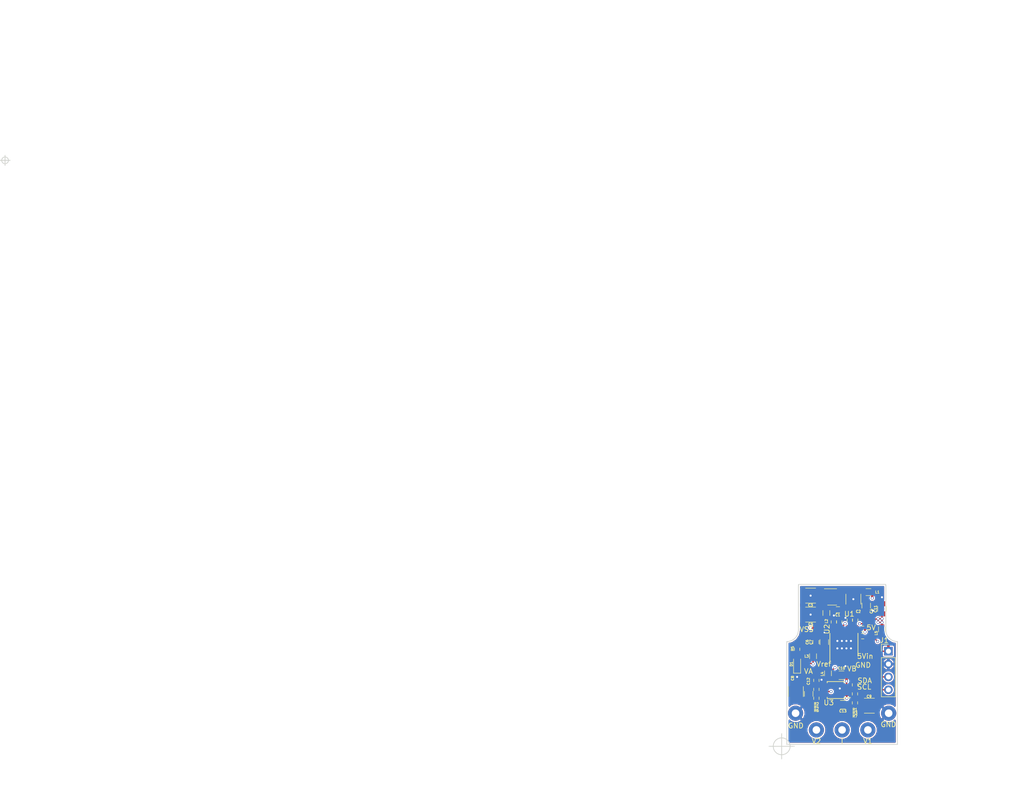
<source format=kicad_pcb>
(kicad_pcb (version 4) (host pcbnew 4.0.6)
  (layers (0 F.Cu jumper) (1 In1.Cu signal) (2 In2.Cu power) (31 B.Cu power) (35 F.Paste user) (37 F.SilkS user) (38 B.Mask user) (39 F.Mask user) (44 Edge.Cuts user))
  (net 0 "")
  (net 1 "Net-(C1-Pad1)")
  (net 2 GND)
  (net 3 "Net-(C2-Pad1)")
  (net 4 +5V)
  (net 5 "Net-(C6-Pad1)")
  (net 6 "Net-(C1-Pad2)")
  (net 7 "Net-(C3-Pad1)")
  (net 8 VSS)
  (net 9 "Net-(R3-Pad1)")
  (net 10 "Net-(C10-Pad2)")
  (net 11 "Net-(R4-Pad1)")
  (net 12 "Net-(TP13-Pad1)")
  (net 13 "Net-(TP8-Pad1)")
  (net 14 "Net-(U2-Pad2)")
  (net 15 "Net-(U2-Pad6)")
  (net 16 /VA)
  (net 17 /VB)
  (net 18 /SDA)
  (net 19 /SCL)
  (net 20 "Net-(J1-Pad1)")
  (net 21 "Net-(C12-Pad2)")
  (net 22 "Net-(C13-Pad2)")
  (net 23 "Net-(C12-Pad1)")
  (net 24 "Net-(C13-Pad1)")
  (net 25 "Net-(D1-Pad2)")
  (net 26 "Net-(R8-Pad2)")
  (net 27 "Net-(R10-Pad2)")
  (net 28 "Net-(R12-Pad1)")
  (module Measurement_Points:Measurement_Point_Round-SMD-Pad_Small (layer F.Cu) (at 168.0464 101.8032)
    (fp_text reference TP10)
    (fp_text value VB (at -0.762 -1.3208) (layer F.SilkS))
    (pad 1 smd circle (at 0 0) (size 1.5 1.5) (layers F.Cu F.Mask) (net 17 /VB))
  )
  (module Measurement_Points:Measurement_Point_Round-TH_Big (layer F.Cu) (at 170.4467 112.5855)
    (fp_text reference TP11)
    (fp_text value V1 (at -0.0127 2.2225) (layer F.SilkS))
    (pad 1 thru_hole circle (at 0 0) (size 3 3) (drill 1.5) (layers *.Cu *.Mask) (net 9 "Net-(R3-Pad1)"))
  )
  (module TO_SOT_Packages_SMD:SOT-23-6 (layer F.Cu) (at 163.3855 86.2965)
    (fp_text reference U1 (at 3.3909 3.3655) (layer F.SilkS))
    (fp_text value LTC1983)
    (pad 1 smd rect (at -1.1 -0.95) (size 1.06 0.65) (layers F.Cu F.Paste F.Mask) (net 3 "Net-(C2-Pad1)"))
    (pad 2 smd rect (at -1.1 0) (size 1.06 0.65) (layers F.Cu F.Paste F.Mask) (net 7 "Net-(C3-Pad1)"))
    (pad 3 smd rect (at -1.1 0.95) (size 1.06 0.65) (layers F.Cu F.Paste F.Mask) (net 1 "Net-(C1-Pad1)"))
    (pad 4 smd rect (at 1.1 0.95) (size 1.06 0.65) (layers F.Cu F.Paste F.Mask) (net 6 "Net-(C1-Pad2)"))
    (pad 6 smd rect (at 1.1 -0.95) (size 1.06 0.65) (layers F.Cu F.Paste F.Mask) (net 3 "Net-(C2-Pad1)"))
    (pad 5 smd rect (at 1.1 0) (size 1.06 0.65) (layers F.Cu F.Paste F.Mask) (net 2 GND))
  )
  (module Capacitors_SMD:C_1210 (layer F.Cu) (at 159.131 86.0425 180)
    (fp_text reference C3 (at 0.0254 -1.8923 180) (layer F.SilkS) (effects (font (size 0.5 0.5) (thickness 0.125))))
    (fp_text value 10uF)
    (pad 1 smd rect (at -1.5 0 180) (size 1 2.5) (layers F.Cu F.Paste F.Mask) (net 7 "Net-(C3-Pad1)"))
    (pad 2 smd rect (at 1.5 0 180) (size 1 2.5) (layers F.Cu F.Paste F.Mask) (net 2 GND))
  )
  (module Resistors_SMD:R_0402 (layer F.Cu) (at 160.274 104.5718 90)
    (fp_text reference R4 (at -3.5306 0 180) (layer F.SilkS) (effects (font (size 0.5 0.5) (thickness 0.125))))
    (fp_text value 20k)
    (pad 1 smd rect (at -0.45 0 90) (size 0.4 0.6) (layers F.Cu F.Paste F.Mask) (net 11 "Net-(R4-Pad1)"))
    (pad 2 smd rect (at 0.45 0 90) (size 0.4 0.6) (layers F.Cu F.Paste F.Mask) (net 21 "Net-(C12-Pad2)"))
  )
  (module Capacitors_SMD:C_0805 (layer F.Cu) (at 161.8361 95.2246 90)
    (fp_text reference C7 (at 0 -2.6035 90) (layer F.SilkS) (effects (font (size 0.5 0.5) (thickness 0.125))))
    (fp_text value 100nF)
    (pad 1 smd rect (at -1 0 90) (size 1 1.25) (layers F.Cu F.Paste F.Mask) (net 5 "Net-(C6-Pad1)"))
    (pad 2 smd rect (at 1 0 90) (size 1 1.25) (layers F.Cu F.Paste F.Mask) (net 2 GND))
  )
  (module Housings_SSOP:TSSOP-16-1EP_4.4x5mm_Pitch0.65mm (layer F.Cu) (at 165.7604 95.7326 90)
    (fp_text reference U2 (at 3.0734 -3.4036 90) (layer F.SilkS))
    (fp_text value AD5697R_TSSOP)
    (pad 1 smd rect (at -2.775 -2.275 90) (size 1.05 0.45) (layers F.Cu F.Paste F.Mask) (net 13 "Net-(TP8-Pad1)"))
    (pad 2 smd rect (at -2.775 -1.625 90) (size 1.05 0.45) (layers F.Cu F.Paste F.Mask) (net 14 "Net-(U2-Pad2)"))
    (pad 3 smd rect (at -2.775 -0.975 90) (size 1.05 0.45) (layers F.Cu F.Paste F.Mask) (net 16 /VA))
    (pad 4 smd rect (at -2.775 -0.325 90) (size 1.05 0.45) (layers F.Cu F.Paste F.Mask) (net 2 GND))
    (pad 5 smd rect (at -2.775 0.325 90) (size 1.05 0.45) (layers F.Cu F.Paste F.Mask) (net 5 "Net-(C6-Pad1)"))
    (pad 6 smd rect (at -2.775 0.975 90) (size 1.05 0.45) (layers F.Cu F.Paste F.Mask) (net 15 "Net-(U2-Pad6)"))
    (pad 7 smd rect (at -2.775 1.625 90) (size 1.05 0.45) (layers F.Cu F.Paste F.Mask) (net 17 /VB))
    (pad 8 smd rect (at -2.775 2.275 90) (size 1.05 0.45) (layers F.Cu F.Paste F.Mask) (net 18 /SDA))
    (pad 9 smd rect (at 2.775 2.275 90) (size 1.05 0.45) (layers F.Cu F.Paste F.Mask) (net 2 GND))
    (pad 10 smd rect (at 2.775 1.625 90) (size 1.05 0.45) (layers F.Cu F.Paste F.Mask) (net 28 "Net-(R12-Pad1)"))
    (pad 11 smd rect (at 2.775 0.975 90) (size 1.05 0.45) (layers F.Cu F.Paste F.Mask) (net 5 "Net-(C6-Pad1)"))
    (pad 12 smd rect (at 2.775 0.325 90) (size 1.05 0.45) (layers F.Cu F.Paste F.Mask) (net 27 "Net-(R10-Pad2)"))
    (pad 13 smd rect (at 2.775 -0.325 90) (size 1.05 0.45) (layers F.Cu F.Paste F.Mask) (net 19 /SCL))
    (pad 14 smd rect (at 2.775 -0.975 90) (size 1.05 0.45) (layers F.Cu F.Paste F.Mask) (net 26 "Net-(R8-Pad2)"))
    (pad 15 smd rect (at 2.775 -1.625 90) (size 1.05 0.45) (layers F.Cu F.Paste F.Mask) (net 5 "Net-(C6-Pad1)"))
    (pad 16 smd rect (at 2.775 -2.275 90) (size 1.05 0.45) (layers F.Cu F.Paste F.Mask) (net 5 "Net-(C6-Pad1)"))
    (pad 17 smd rect (at 0.735 1.3425 90) (size 1.47 0.895) (layers F.Cu F.Paste F.Mask) (net 2 GND))
    (pad 17 smd rect (at 0.735 0.4475 90) (size 1.47 0.895) (layers F.Cu F.Paste F.Mask) (net 2 GND))
    (pad 17 smd rect (at 0.735 -0.4475 90) (size 1.47 0.895) (layers F.Cu F.Paste F.Mask) (net 2 GND))
    (pad 17 smd rect (at 0.735 -1.3425 90) (size 1.47 0.895) (layers F.Cu F.Paste F.Mask) (net 2 GND))
    (pad 17 smd rect (at -0.735 1.3425 90) (size 1.47 0.895) (layers F.Cu F.Paste F.Mask) (net 2 GND))
    (pad 17 smd rect (at -0.735 0.4475 90) (size 1.47 0.895) (layers F.Cu F.Paste F.Mask) (net 2 GND))
    (pad 17 smd rect (at -0.735 -0.4475 90) (size 1.47 0.895) (layers F.Cu F.Paste F.Mask) (net 2 GND))
    (pad 17 smd rect (at -0.735 -1.3425 90) (size 1.47 0.895) (layers F.Cu F.Paste F.Mask) (net 2 GND))
  )
  (module Inductors_SMD:L_0603 (layer F.Cu) (at 162.56 101.3968 270)
    (fp_text reference L4 (at 0.127 1.143 270) (layer F.SilkS) (effects (font (size 0.5 0.5) (thickness 0.125))))
    (fp_text value ?nH)
    (pad 1 smd rect (at -0.75 0 270) (size 0.5 0.9) (layers F.Cu F.Paste F.Mask) (net 4 +5V))
    (pad 2 smd rect (at 0.75 0 270) (size 0.5 0.9) (layers F.Cu F.Paste F.Mask) (net 10 "Net-(C10-Pad2)"))
  )
  (module Capacitors_SMD:C_0603 (layer F.Cu) (at 164.5285 88.8365)
    (fp_text reference C1 (at -0.0381 1.0287) (layer F.SilkS) (effects (font (size 0.5 0.5) (thickness 0.125))))
    (fp_text value 1uF)
    (pad 1 smd rect (at -0.75 0) (size 0.8 0.75) (layers F.Cu F.Paste F.Mask) (net 1 "Net-(C1-Pad1)"))
    (pad 2 smd rect (at 0.75 0) (size 0.8 0.75) (layers F.Cu F.Paste F.Mask) (net 6 "Net-(C1-Pad2)"))
  )
  (module Capacitors_SMD:C_1210 (layer F.Cu) (at 167.5765 86.741 270)
    (fp_text reference C2 (at 2.4384 -0.9779 360) (layer F.SilkS) (effects (font (size 0.5 0.5) (thickness 0.125))))
    (fp_text value 10uF)
    (pad 1 smd rect (at -1.5 0 270) (size 1 2.5) (layers F.Cu F.Paste F.Mask) (net 3 "Net-(C2-Pad1)"))
    (pad 2 smd rect (at 1.5 0 270) (size 1 2.5) (layers F.Cu F.Paste F.Mask) (net 2 GND))
  )
  (module Capacitors_SMD:C_0805 (layer F.Cu) (at 170.1165 88.011 270)
    (fp_text reference C4 (at 1.0922 -1.0287 270) (layer F.SilkS) (effects (font (size 0.5 0.5) (thickness 0.125))))
    (fp_text value 100nF)
    (pad 1 smd rect (at -1 0 270) (size 1 1.25) (layers F.Cu F.Paste F.Mask) (net 3 "Net-(C2-Pad1)"))
    (pad 2 smd rect (at 1 0 270) (size 1 1.25) (layers F.Cu F.Paste F.Mask) (net 2 GND))
  )
  (module Capacitors_SMD:C_1210 (layer F.Cu) (at 159.131 89.789 180)
    (fp_text reference C5 (at -0.0254 -1.905 180) (layer F.SilkS) (effects (font (size 0.5 0.5) (thickness 0.125))))
    (fp_text value 10uF)
    (pad 1 smd rect (at -1.5 0 180) (size 1 2.5) (layers F.Cu F.Paste F.Mask) (net 8 VSS))
    (pad 2 smd rect (at 1.5 0 180) (size 1 2.5) (layers F.Cu F.Paste F.Mask) (net 2 GND))
  )
  (module Capacitors_SMD:C_0603 (layer F.Cu) (at 160.1851 95.2246 90)
    (fp_text reference C6 (at 0 -1.7145 90) (layer F.SilkS) (effects (font (size 0.5 0.5) (thickness 0.125))))
    (fp_text value 1uF)
    (pad 1 smd rect (at -0.75 0 90) (size 0.8 0.75) (layers F.Cu F.Paste F.Mask) (net 5 "Net-(C6-Pad1)"))
    (pad 2 smd rect (at 0.75 0 90) (size 0.8 0.75) (layers F.Cu F.Paste F.Mask) (net 2 GND))
  )
  (module Resistors_SMD:R_0402 (layer F.Cu) (at 167.894 103.6828 90)
    (fp_text reference R1 (at -4.8768 0 180) (layer F.SilkS) (effects (font (size 0.5 0.5) (thickness 0.125))))
    (fp_text value 10k)
    (pad 1 smd rect (at -0.45 0 90) (size 0.4 0.6) (layers F.Cu F.Paste F.Mask) (net 22 "Net-(C13-Pad2)"))
    (pad 2 smd rect (at 0.45 0 90) (size 0.4 0.6) (layers F.Cu F.Paste F.Mask) (net 17 /VB))
  )
  (module Resistors_SMD:R_0402 (layer F.Cu) (at 160.274 102.7938 90)
    (fp_text reference R2 (at -4.6482 0 180) (layer F.SilkS) (effects (font (size 0.5 0.5) (thickness 0.125))))
    (fp_text value 10k)
    (pad 1 smd rect (at -0.45 0 90) (size 0.4 0.6) (layers F.Cu F.Paste F.Mask) (net 21 "Net-(C12-Pad2)"))
    (pad 2 smd rect (at 0.45 0 90) (size 0.4 0.6) (layers F.Cu F.Paste F.Mask) (net 16 /VA))
  )
  (module Resistors_SMD:R_0402 (layer F.Cu) (at 167.894 105.4608 90)
    (fp_text reference R3 (at -3.7592 0 180) (layer F.SilkS) (effects (font (size 0.5 0.5) (thickness 0.125))))
    (fp_text value 20k)
    (pad 1 smd rect (at -0.45 0 90) (size 0.4 0.6) (layers F.Cu F.Paste F.Mask) (net 9 "Net-(R3-Pad1)"))
    (pad 2 smd rect (at 0.45 0 90) (size 0.4 0.6) (layers F.Cu F.Paste F.Mask) (net 22 "Net-(C13-Pad2)"))
  )
  (module Inductors_SMD:L_0603 (layer F.Cu) (at 170.561 85.344)
    (fp_text reference L1 (at 1.7526 0) (layer F.SilkS) (effects (font (size 0.5 0.5) (thickness 0.125))))
    (fp_text value ?nH)
    (pad 1 smd rect (at -0.75 0) (size 0.5 0.9) (layers F.Cu F.Paste F.Mask) (net 3 "Net-(C2-Pad1)"))
    (pad 2 smd rect (at 0.75 0) (size 0.5 0.9) (layers F.Cu F.Paste F.Mask) (net 4 +5V))
  )
  (module Inductors_SMD:L_0603 (layer F.Cu) (at 162.2425 89.4715 90)
    (fp_text reference L2 (at -1.6129 0.0127 90) (layer F.SilkS) (effects (font (size 0.5 0.5) (thickness 0.125))))
    (fp_text value ?nH)
    (pad 1 smd rect (at -0.75 0 90) (size 0.5 0.9) (layers F.Cu F.Paste F.Mask) (net 8 VSS))
    (pad 2 smd rect (at 0.75 0 90) (size 0.5 0.9) (layers F.Cu F.Paste F.Mask) (net 7 "Net-(C3-Pad1)"))
  )
  (module Inductors_SMD:L_0603 (layer F.Cu) (at 159.6136 98.0186 90)
    (fp_text reference L3 (at 0 -1.27 180) (layer F.SilkS) (effects (font (size 0.5 0.5) (thickness 0.125))))
    (fp_text value ?nH)
    (pad 1 smd rect (at -0.75 0 90) (size 0.5 0.9) (layers F.Cu F.Paste F.Mask) (net 4 +5V))
    (pad 2 smd rect (at 0.75 0 90) (size 0.5 0.9) (layers F.Cu F.Paste F.Mask) (net 5 "Net-(C6-Pad1)"))
  )
  (module Capacitors_SMD:C_0805 (layer F.Cu) (at 165.227 101.7778 180)
    (fp_text reference C10 (at 0 1.397 180) (layer F.SilkS) (effects (font (size 0.5 0.5) (thickness 0.125))))
    (fp_text value 100nF)
    (pad 1 smd rect (at -1 0 180) (size 1 1.25) (layers F.Cu F.Paste F.Mask) (net 8 VSS))
    (pad 2 smd rect (at 1 0 180) (size 1 1.25) (layers F.Cu F.Paste F.Mask) (net 10 "Net-(C10-Pad2)"))
  )
  (module Housings_SSOP:MSOP-8_3x3mm_Pitch0.65mm (layer F.Cu) (at 164.084 104.6988 180)
    (fp_text reference U3 (at 1.3716 -2.4892 180) (layer F.SilkS))
    (fp_text value ADA4896)
    (pad 1 smd rect (at -2.2 -0.975 180) (size 1.45 0.45) (layers F.Cu F.Paste F.Mask) (net 9 "Net-(R3-Pad1)"))
    (pad 2 smd rect (at -2.2 -0.325 180) (size 1.45 0.45) (layers F.Cu F.Paste F.Mask) (net 22 "Net-(C13-Pad2)"))
    (pad 3 smd rect (at -2.2 0.325 180) (size 1.45 0.45) (layers F.Cu F.Paste F.Mask) (net 2 GND))
    (pad 4 smd rect (at -2.2 0.975 180) (size 1.45 0.45) (layers F.Cu F.Paste F.Mask) (net 8 VSS))
    (pad 5 smd rect (at 2.2 0.975 180) (size 1.45 0.45) (layers F.Cu F.Paste F.Mask) (net 2 GND))
    (pad 6 smd rect (at 2.2 0.325 180) (size 1.45 0.45) (layers F.Cu F.Paste F.Mask) (net 21 "Net-(C12-Pad2)"))
    (pad 7 smd rect (at 2.2 -0.325 180) (size 1.45 0.45) (layers F.Cu F.Paste F.Mask) (net 11 "Net-(R4-Pad1)"))
    (pad 8 smd rect (at 2.2 -0.975 180) (size 1.45 0.45) (layers F.Cu F.Paste F.Mask) (net 10 "Net-(C10-Pad2)"))
  )
  (module Measurement_Points:Measurement_Point_Round-SMD-Pad_Small (layer F.Cu) (at 171.704 97.028)
    (fp_text reference TP1)
    (fp_text value 5Vin (at -1.8034 0.9906) (layer F.SilkS))
    (pad 1 smd circle (at 0 0) (size 1.5 1.5) (layers F.Cu F.Mask) (net 20 "Net-(J1-Pad1)"))
  )
  (module Measurement_Points:Measurement_Point_Round-SMD-Pad_Small (layer F.Cu) (at 171.704 99.568)
    (fp_text reference TP4)
    (fp_text value GND (at -2.2098 0.2032) (layer F.SilkS))
    (pad 1 smd circle (at 0 0) (size 1.5 1.5) (layers F.Cu F.Mask) (net 2 GND))
  )
  (module Measurement_Points:Measurement_Point_Round-SMD-Pad_Small (layer F.Cu) (at 171.704 104.648)
    (fp_text reference TP5)
    (fp_text value SCL (at -1.9812 -0.5588 180) (layer F.SilkS))
    (pad 1 smd circle (at 0 0) (size 1.5 1.5) (layers F.Cu F.Mask) (net 19 /SCL))
  )
  (module Measurement_Points:Measurement_Point_Round-SMD-Pad_Small (layer F.Cu) (at 171.704 102.108)
    (fp_text reference TP6)
    (fp_text value SDA (at -1.8796 0.7366) (layer F.SilkS))
    (pad 1 smd circle (at 0 0) (size 1.5 1.5) (layers F.Cu F.Mask) (net 18 /SDA))
  )
  (module Measurement_Points:Measurement_Point_Round-SMD-Pad_Small (layer F.Cu) (at 160.655 92.3544)
    (fp_text reference TP7)
    (fp_text value VSS (at -2.3114 0.3556) (layer F.SilkS))
    (pad 1 smd circle (at 0 0) (size 1.5 1.5) (layers F.Cu F.Mask) (net 8 VSS))
  )
  (module Measurement_Points:Measurement_Point_Round-SMD-Pad_Small (layer F.Cu) (at 161.5186 98.0821)
    (fp_text reference TP8)
    (fp_text value Vref (at 0.2286 1.4859) (layer F.SilkS))
    (pad 1 smd circle (at 0 0) (size 1.5 1.5) (layers F.Cu F.Mask) (net 13 "Net-(TP8-Pad1)"))
  )
  (module Measurement_Points:Measurement_Point_Round-SMD-Pad_Small (layer F.Cu) (at 160.274 100.838)
    (fp_text reference TP9)
    (fp_text value VA (at -1.5748 0.1524) (layer F.SilkS))
    (pad 1 smd circle (at 0 0) (size 1.5 1.5) (layers F.Cu F.Mask) (net 16 /VA))
  )
  (module Measurement_Points:Measurement_Point_Round-TH_Big (layer F.Cu) (at 156.1592 109.2835)
    (fp_text reference TP2)
    (fp_text value GND (at 0.0508 2.4765) (layer F.SilkS))
    (pad 1 thru_hole circle (at 0 0) (size 3 3) (drill 1.5) (layers *.Cu *.Mask) (net 2 GND))
  )
  (module Measurement_Points:Measurement_Point_Round-TH_Big (layer F.Cu) (at 174.5488 109.2835)
    (fp_text reference TP3)
    (fp_text value GND (at -0.0508 2.2225) (layer F.SilkS))
    (pad 1 thru_hole circle (at 0 0) (size 3 3) (drill 1.5) (layers *.Cu *.Mask) (net 2 GND))
  )
  (module Measurement_Points:Measurement_Point_Round-TH_Big (layer F.Cu) (at 160.274 112.5855)
    (fp_text reference TP12)
    (fp_text value V2 (at 0 2.2225) (layer F.SilkS))
    (pad 1 thru_hole circle (at 0 0) (size 3 3) (drill 1.5) (layers *.Cu *.Mask) (net 11 "Net-(R4-Pad1)"))
  )
  (module Measurement_Points:Measurement_Point_Round-TH_Big (layer F.Cu) (at 165.354 112.5855)
    (fp_text reference TP13)
    (fp_text value I (at 0 2.2225) (layer F.SilkS))
    (pad 1 thru_hole circle (at 0 0) (size 3 3) (drill 1.5) (layers *.Cu *.Mask) (net 12 "Net-(TP13-Pad1)"))
  )
  (module Capacitors_SMD:C_0805 (layer F.Cu) (at 173.228 88.646 90)
    (fp_text reference C11 (at 0 -1.27 90) (layer F.SilkS) (effects (font (size 0.5 0.5) (thickness 0.125))))
    (fp_text value 100nF)
    (pad 1 smd rect (at -1 0 90) (size 1 1.25) (layers F.Cu F.Paste F.Mask) (net 4 +5V))
    (pad 2 smd rect (at 1 0 90) (size 1 1.25) (layers F.Cu F.Paste F.Mask) (net 2 GND))
  )
  (module Inductors_SMD:L_0603 (layer F.Cu) (at 173.228 92.71 270)
    (fp_text reference L5 (at 0.7366 1.143 270) (layer F.SilkS) (effects (font (size 0.5 0.5) (thickness 0.125))))
    (fp_text value ?nH)
    (pad 1 smd rect (at -0.75 0 270) (size 0.5 0.9) (layers F.Cu F.Paste F.Mask) (net 4 +5V))
    (pad 2 smd rect (at 0.75 0 270) (size 0.5 0.9) (layers F.Cu F.Paste F.Mask) (net 20 "Net-(J1-Pad1)"))
  )
  (module Measurement_Points:Measurement_Point_Round-SMD-Pad_Small (layer F.Cu) (at 171.196 90.678)
    (fp_text reference TP14)
    (fp_text value 5V (at -0.1016 1.6764) (layer F.SilkS))
    (pad 1 smd circle (at 0 0) (size 1.5 1.5) (layers F.Cu F.Mask) (net 4 +5V))
  )
  (module Capacitors_SMD:C_1210 (layer F.Cu) (at 156.21 105.0036 270)
    (fp_text reference C8 (at -2.6416 0.635 270) (layer F.SilkS) (effects (font (size 0.5 0.5) (thickness 0.125))))
    (fp_text value 22uF)
    (pad 1 smd rect (at -1.5 0 270) (size 1 2.5) (layers F.Cu F.Paste F.Mask) (net 21 "Net-(C12-Pad2)"))
    (pad 2 smd rect (at 1.5 0 270) (size 1 2.5) (layers F.Cu F.Paste F.Mask) (net 2 GND))
  )
  (module Capacitors_SMD:C_1210 (layer F.Cu) (at 170.7388 107.7976)
    (fp_text reference C9 (at -0.0508 -1.8288) (layer F.SilkS) (effects (font (size 0.5 0.5) (thickness 0.125))))
    (fp_text value 22uF)
    (pad 1 smd rect (at -1.5 0) (size 1 2.5) (layers F.Cu F.Paste F.Mask) (net 22 "Net-(C13-Pad2)"))
    (pad 2 smd rect (at 1.5 0) (size 1 2.5) (layers F.Cu F.Paste F.Mask) (net 2 GND))
  )
  (module Capacitors_SMD:C_0805 (layer F.Cu) (at 158.75 105.4608 90)
    (fp_text reference C12 (at 2.4892 -0.0508 90) (layer F.SilkS) (effects (font (size 0.5 0.5) (thickness 0.125))))
    (fp_text value 10nF)
    (pad 1 smd rect (at -1 0 90) (size 1 1.25) (layers F.Cu F.Paste F.Mask) (net 23 "Net-(C12-Pad1)"))
    (pad 2 smd rect (at 1 0 90) (size 1 1.25) (layers F.Cu F.Paste F.Mask) (net 21 "Net-(C12-Pad2)"))
  )
  (module Capacitors_SMD:C_0805 (layer F.Cu) (at 165.5064 107.5944 180)
    (fp_text reference C13 (at 0 -1.27 180) (layer F.SilkS) (effects (font (size 0.5 0.5) (thickness 0.125))))
    (fp_text value 10nF)
    (pad 1 smd rect (at -1 0 180) (size 1 1.25) (layers F.Cu F.Paste F.Mask) (net 24 "Net-(C13-Pad1)"))
    (pad 2 smd rect (at 1 0 180) (size 1 1.25) (layers F.Cu F.Paste F.Mask) (net 22 "Net-(C13-Pad2)"))
  )
  (module LEDs:LED_0805 (layer F.Cu) (at 156.464 99.568 90)
    (fp_text reference D1 (at 0 -1.143 90) (layer F.SilkS) (effects (font (size 0.5 0.5) (thickness 0.125))))
    (fp_text value LED)
    (pad 2 smd rect (at 1.1 0 270) (size 1.2 1.2) (layers F.Cu F.Paste F.Mask) (net 25 "Net-(D1-Pad2)"))
    (pad 1 smd rect (at -1.1 0 270) (size 1.2 1.2) (layers F.Cu F.Paste F.Mask) (net 2 GND))
  )
  (module Resistors_SMD:R_0402 (layer F.Cu) (at 156.464 96.647 90)
    (fp_text reference R5 (at 0.127 -0.889 90) (layer F.SilkS) (effects (font (size 0.5 0.5) (thickness 0.125))))
    (fp_text value 5k)
    (pad 1 smd rect (at -0.45 0 90) (size 0.4 0.6) (layers F.Cu F.Paste F.Mask) (net 25 "Net-(D1-Pad2)"))
    (pad 2 smd rect (at 0.45 0 90) (size 0.4 0.6) (layers F.Cu F.Paste F.Mask) (net 4 +5V))
  )
  (module Resistors_SMD:R_0402 (layer F.Cu) (at 160.274 106.3244 270)
    (fp_text reference R6 (at 2.4384 0 360) (layer F.SilkS) (effects (font (size 0.5 0.5) (thickness 0.125))))
    (fp_text value 100)
    (pad 1 smd rect (at -0.45 0 270) (size 0.4 0.6) (layers F.Cu F.Paste F.Mask) (net 11 "Net-(R4-Pad1)"))
    (pad 2 smd rect (at 0.45 0 270) (size 0.4 0.6) (layers F.Cu F.Paste F.Mask) (net 23 "Net-(C12-Pad1)"))
  )
  (module Resistors_SMD:R_0402 (layer F.Cu) (at 167.894 107.2388 270)
    (fp_text reference R7 (at 2.6416 0 360) (layer F.SilkS) (effects (font (size 0.5 0.5) (thickness 0.125))))
    (fp_text value 100)
    (pad 1 smd rect (at -0.45 0 270) (size 0.4 0.6) (layers F.Cu F.Paste F.Mask) (net 9 "Net-(R3-Pad1)"))
    (pad 2 smd rect (at 0.45 0 270) (size 0.4 0.6) (layers F.Cu F.Paste F.Mask) (net 24 "Net-(C13-Pad1)"))
  )
  (module Resistors_SMD:R_0402 (layer F.Cu) (at 164.7952 91.2368 270)
    (fp_text reference R8)
    (fp_text value 0)
    (pad 1 smd rect (at -0.45 0 270) (size 0.4 0.6) (layers F.Cu F.Paste F.Mask) (net 4 +5V))
    (pad 2 smd rect (at 0.45 0 270) (size 0.4 0.6) (layers F.Cu F.Paste F.Mask) (net 26 "Net-(R8-Pad2)"))
  )
  (module Resistors_SMD:R_0402 (layer F.Cu) (at 163.7284 91.2368 90)
    (fp_text reference R9)
    (fp_text value 0)
    (pad 1 smd rect (at -0.45 0 90) (size 0.4 0.6) (layers F.Cu F.Paste F.Mask) (net 26 "Net-(R8-Pad2)"))
    (pad 2 smd rect (at 0.45 0 90) (size 0.4 0.6) (layers F.Cu F.Paste F.Mask) (net 2 GND))
  )
  (module Resistors_SMD:R_0402 (layer F.Cu) (at 167.9448 90.8812 270)
    (fp_text reference R10)
    (fp_text value 0)
    (pad 1 smd rect (at -0.45 0 270) (size 0.4 0.6) (layers F.Cu F.Paste F.Mask) (net 4 +5V))
    (pad 2 smd rect (at 0.45 0 270) (size 0.4 0.6) (layers F.Cu F.Paste F.Mask) (net 27 "Net-(R10-Pad2)"))
  )
  (module Resistors_SMD:R_0402 (layer F.Cu) (at 166.878 90.8812 90)
    (fp_text reference R11)
    (fp_text value 0)
    (pad 1 smd rect (at -0.45 0 90) (size 0.4 0.6) (layers F.Cu F.Paste F.Mask) (net 27 "Net-(R10-Pad2)"))
    (pad 2 smd rect (at 0.45 0 90) (size 0.4 0.6) (layers F.Cu F.Paste F.Mask) (net 2 GND))
  )
  (module Resistors_SMD:R_0402 (layer F.Cu) (at 169.418 92.6084)
    (fp_text reference R12)
    (fp_text value 0)
    (pad 1 smd rect (at -0.45 0) (size 0.4 0.6) (layers F.Cu F.Paste F.Mask) (net 28 "Net-(R12-Pad1)"))
    (pad 2 smd rect (at 0.45 0) (size 0.4 0.6) (layers F.Cu F.Paste F.Mask) (net 4 +5V))
  )
  (module Resistors_SMD:R_0402 (layer F.Cu) (at 169.418 94.0562)
    (fp_text reference R13)
    (fp_text value 0)
    (pad 1 smd rect (at -0.45 0) (size 0.4 0.6) (layers F.Cu F.Paste F.Mask) (net 28 "Net-(R12-Pad1)"))
    (pad 2 smd rect (at 0.45 0) (size 0.4 0.6) (layers F.Cu F.Paste F.Mask) (net 2 GND))
  )
  (module Pin_Headers:Pin_Header_Straight_1x04_Pitch2.54mm (layer F.Cu) (at 174.498 97.028)
    (fp_text reference J1 (at -0.8128 -2.159) (layer F.SilkS))
    (fp_text value CONN_01X04_MALE)
    (pad 1 thru_hole rect (at 0 0) (size 1.7 1.7) (drill 1) (layers *.Cu *.Mask) (net 20 "Net-(J1-Pad1)"))
    (pad 2 thru_hole oval (at 0 2.54) (size 1.7 1.7) (drill 1) (layers *.Cu *.Mask) (net 2 GND))
    (pad 3 thru_hole oval (at 0 5.08) (size 1.7 1.7) (drill 1) (layers *.Cu *.Mask) (net 18 /SDA))
    (pad 4 thru_hole oval (at 0 7.62) (size 1.7 1.7) (drill 1) (layers *.Cu *.Mask) (net 19 /SCL))
  )
  (target plus (at 153.416 115.824) (size 5) (width 0.15) (layer Edge.Cuts))
  (gr_line (start 154.424 115.443) (end 176.284 115.443) (angle 90) (layer Edge.Cuts) (width 0.15))
  (gr_line (start 176.276 115.443) (end 176.276 95.123) (angle 90) (layer Edge.Cuts) (width 0.15))
  (gr_line (start 154.432 115.443) (end 154.432 95.123) (angle 90) (layer Edge.Cuts) (width 0.15))
  (gr_line (start 156.837 83.82) (end 173.871 83.82) (angle 90) (layer Edge.Cuts) (width 0.15))
  (gr_arc (start 154.432 92.837) (end 156.718 92.837) (angle 90) (layer Edge.Cuts) (width 0.15))
  (gr_arc (start 176.276 92.837) (end 176.276 95.123) (angle 90) (layer Edge.Cuts) (width 0.15))
  (gr_line (start 173.99 92.837) (end 173.99 83.947) (angle 90) (layer Edge.Cuts) (width 0.15))
  (gr_line (start 156.718 92.837) (end 156.718 83.947) (angle 90) (layer Edge.Cuts) (width 0.15))
  (gr_arc (start 156.845 83.947) (end 156.718 83.947) (angle 90) (layer Edge.Cuts) (width 0.15))
  (gr_arc (start 173.863 83.947) (end 173.863 83.82) (angle 90) (layer Edge.Cuts) (width 0.15))
  (target plus (at 0 0) (size 2) (width 0.15) (layer Edge.Cuts))
  (segment (start 162.2855 87.2465) (end 162.8369 87.2465) (width 0.5) (layer F.Cu) (net 1))
  (segment (start 162.8369 87.2465) (end 163.7785 88.1881) (width 0.5) (layer F.Cu) (net 1))
  (segment (start 163.7785 88.1881) (end 163.7785 88.8365) (width 0.5) (layer F.Cu) (net 1))
  (segment (start 161.8361 94.2246) (end 161.8361 93.3323) (width 0.2) (layer F.Cu) (net 2))
  (via (at 161.8488 93.3196) (size 0.6) (drill 0.3) (layers F.Cu B.Cu) (net 2))
  (segment (start 161.8361 93.3323) (end 161.8488 93.3196) (width 0.2) (layer F.Cu) (net 2))
  (segment (start 163.7284 90.7868) (end 163.7284 89.9668) (width 0.25) (layer F.Cu) (net 2))
  (via (at 163.7284 89.9668) (size 0.6) (drill 0.4) (layers F.Cu B.Cu) (net 2))
  (segment (start 174.498 99.568) (end 171.704 99.568) (width 1) (layer B.Cu) (net 2))
  (segment (start 170.1165 89.011) (end 171.4406 89.011) (width 0.25) (layer F.Cu) (net 2))
  (segment (start 171.4406 89.011) (end 171.45 89.0016) (width 0.25) (layer F.Cu) (net 2))
  (via (at 171.45 89.0016) (size 0.6) (drill 0.4) (layers F.Cu B.Cu) (net 2))
  (segment (start 166.878 90.4312) (end 166.0216 90.4312) (width 0.25) (layer F.Cu) (net 2))
  (segment (start 166.0216 90.4312) (end 166.0144 90.424) (width 0.25) (layer F.Cu) (net 2))
  (via (at 166.0144 90.424) (size 0.6) (drill 0.4) (layers F.Cu B.Cu) (net 2))
  (segment (start 156.464 100.668) (end 156.464 102.108) (width 0.25) (layer F.Cu) (net 2))
  (via (at 156.464 102.108) (size 0.6) (drill 0.4) (layers F.Cu B.Cu) (net 2))
  (segment (start 166.284 104.3738) (end 166.2638 104.394) (width 0.25) (layer F.Cu) (net 2))
  (segment (start 166.2638 104.394) (end 164.8968 104.394) (width 0.25) (layer F.Cu) (net 2))
  (via (at 164.8968 104.394) (size 0.6) (drill 0.4) (layers F.Cu B.Cu) (net 2))
  (via (at 166.2079 96.4676) (size 0.6) (drill 0.4) (layers F.Cu B.Cu) (net 2))
  (segment (start 173.228 87.646) (end 173.228 86.36) (width 0.5) (layer F.Cu) (net 2))
  (via (at 173.228 86.36) (size 0.6) (drill 0.4) (layers F.Cu B.Cu) (net 2))
  (segment (start 161.884 103.7238) (end 161.884 103.2608) (width 0.25) (layer F.Cu) (net 2))
  (via (at 161.29 102.6668) (size 0.6) (drill 0.4) (layers F.Cu B.Cu) (net 2))
  (segment (start 161.884 103.2608) (end 161.29 102.6668) (width 0.25) (layer F.Cu) (net 2))
  (segment (start 167.5765 88.241) (end 167.5765 86.741) (width 0.5) (layer F.Cu) (net 2))
  (via (at 167.5765 86.741) (size 0.6) (drill 0.4) (layers F.Cu B.Cu) (net 2))
  (segment (start 157.631 89.789) (end 159.131 89.789) (width 0.5) (layer F.Cu) (net 2))
  (via (at 159.131 89.789) (size 0.6) (drill 0.4) (layers F.Cu B.Cu) (net 2))
  (segment (start 157.631 86.0425) (end 159.131 86.0425) (width 0.5) (layer F.Cu) (net 2))
  (via (at 159.131 86.0425) (size 0.6) (drill 0.4) (layers F.Cu B.Cu) (net 2))
  (via (at 167.1029 94.9976) (size 0.6) (drill 0.4) (layers F.Cu B.Cu) (net 2))
  (segment (start 167.0304 95.0976) (end 167.0304 95.0701) (width 0.25) (layer B.Cu) (net 2))
  (segment (start 167.0304 95.0701) (end 167.1029 94.9976) (width 0.25) (layer B.Cu) (net 2))
  (segment (start 166.2684 96.3676) (end 166.2684 96.4071) (width 0.25) (layer B.Cu) (net 2))
  (segment (start 166.2684 96.4071) (end 166.2079 96.4676) (width 0.25) (layer B.Cu) (net 2))
  (via (at 166.2079 94.9976) (size 0.6) (drill 0.4) (layers F.Cu B.Cu) (net 2))
  (segment (start 166.2684 95.0976) (end 166.2684 95.0581) (width 0.25) (layer B.Cu) (net 2))
  (segment (start 166.2684 95.0581) (end 166.2079 94.9976) (width 0.25) (layer B.Cu) (net 2))
  (via (at 165.3129 94.9976) (size 0.6) (drill 0.4) (layers F.Cu B.Cu) (net 2))
  (segment (start 165.2524 95.0976) (end 165.2524 95.0581) (width 0.25) (layer B.Cu) (net 2))
  (segment (start 165.2524 95.0581) (end 165.3129 94.9976) (width 0.25) (layer B.Cu) (net 2))
  (via (at 165.3129 96.4676) (size 0.6) (drill 0.4) (layers F.Cu B.Cu) (net 2))
  (segment (start 165.2524 96.6216) (end 165.2524 96.5281) (width 0.25) (layer B.Cu) (net 2))
  (segment (start 165.2524 96.5281) (end 165.3129 96.4676) (width 0.25) (layer B.Cu) (net 2))
  (via (at 164.4179 96.4676) (size 0.6) (drill 0.4) (layers F.Cu B.Cu) (net 2))
  (segment (start 164.4904 96.3676) (end 164.4904 96.3951) (width 0.25) (layer B.Cu) (net 2))
  (segment (start 164.4904 96.3951) (end 164.4179 96.4676) (width 0.25) (layer B.Cu) (net 2))
  (via (at 164.4179 94.9976) (size 0.6) (drill 0.4) (layers F.Cu B.Cu) (net 2))
  (segment (start 164.4904 95.0976) (end 164.4904 95.0701) (width 0.25) (layer B.Cu) (net 2))
  (segment (start 164.4904 95.0701) (end 164.4179 94.9976) (width 0.25) (layer B.Cu) (net 2))
  (segment (start 165.4354 98.5076) (end 165.4354 99.3954) (width 0.25) (layer F.Cu) (net 2))
  (segment (start 171.704 99.568) (end 174.498 99.568) (width 0.25) (layer F.Cu) (net 2))
  (via (at 166.0144 99.9744) (size 0.6) (drill 0.4) (layers F.Cu B.Cu) (net 2))
  (segment (start 165.4354 99.3954) (end 166.0144 99.9744) (width 0.25) (layer F.Cu) (net 2))
  (segment (start 167.0304 96.3676) (end 167.0304 96.3951) (width 0.25) (layer B.Cu) (net 2))
  (segment (start 167.0304 96.3951) (end 167.1029 96.4676) (width 0.25) (layer B.Cu) (net 2))
  (via (at 167.1029 96.4676) (size 0.6) (drill 0.4) (layers F.Cu B.Cu) (net 2))
  (segment (start 170.1165 87.011) (end 170.1165 86.5505) (width 0.5) (layer F.Cu) (net 3))
  (segment (start 170.1165 86.5505) (end 169.811 86.245) (width 0.5) (layer F.Cu) (net 3))
  (segment (start 169.811 86.245) (end 169.811 85.344) (width 0.5) (layer F.Cu) (net 3))
  (segment (start 169.811 85.344) (end 167.6795 85.344) (width 0.5) (layer F.Cu) (net 3))
  (segment (start 167.6795 85.344) (end 167.5765 85.241) (width 0.5) (layer F.Cu) (net 3))
  (segment (start 167.5765 85.241) (end 167.6005 85.217) (width 0.5) (layer F.Cu) (net 3))
  (segment (start 165.354 85.344) (end 165.457 85.241) (width 0.5) (layer F.Cu) (net 3))
  (segment (start 164.488 85.344) (end 165.354 85.344) (width 0.5) (layer F.Cu) (net 3))
  (segment (start 165.457 85.241) (end 167.5765 85.241) (width 0.5) (layer F.Cu) (net 3))
  (segment (start 164.4855 85.3465) (end 164.488 85.344) (width 0.5) (layer F.Cu) (net 3))
  (segment (start 162.2855 85.3465) (end 164.4855 85.3465) (width 0.5) (layer F.Cu) (net 3))
  (segment (start 167.9448 90.4312) (end 167.9448 90.17) (width 0.25) (layer F.Cu) (net 4))
  (segment (start 164.7952 90.3224) (end 164.7952 90.7868) (width 0.25) (layer F.Cu) (net 4))
  (segment (start 165.3286 89.789) (end 164.7952 90.3224) (width 0.25) (layer F.Cu) (net 4))
  (segment (start 167.5638 89.789) (end 165.3286 89.789) (width 0.25) (layer F.Cu) (net 4))
  (segment (start 167.9448 90.17) (end 167.5638 89.789) (width 0.25) (layer F.Cu) (net 4))
  (segment (start 169.868 92.6084) (end 169.868 93.2108) (width 0.25) (layer F.Cu) (net 4))
  (via (at 169.8752 93.218) (size 0.6) (drill 0.4) (layers F.Cu B.Cu) (net 4))
  (segment (start 169.868 93.2108) (end 169.8752 93.218) (width 0.25) (layer F.Cu) (net 4))
  (segment (start 167.9448 90.482) (end 171 90.482) (width 0.25) (layer F.Cu) (net 4))
  (segment (start 171 90.482) (end 171.196 90.678) (width 0.25) (layer F.Cu) (net 4))
  (segment (start 171.196 90.678) (end 172.466 90.678) (width 0.25) (layer F.Cu) (net 4))
  (segment (start 172.466 90.678) (end 172.466 90.6018) (width 0.25) (layer F.Cu) (net 4))
  (via (at 172.466 90.6018) (size 0.6) (drill 0.4) (layers F.Cu B.Cu) (net 4))
  (segment (start 172.466 90.6018) (end 172.466 90.551) (width 0.25) (layer B.Cu) (net 4))
  (segment (start 159.6136 99.441) (end 158.877 99.441) (width 0.25) (layer F.Cu) (net 4))
  (via (at 159.6136 99.5172) (size 0.6) (drill 0.4) (layers F.Cu B.Cu) (net 4))
  (segment (start 156.464 95.885) (end 156.464 96.197) (width 0.25) (layer F.Cu) (net 4))
  (segment (start 156.845 95.504) (end 156.464 95.885) (width 0.25) (layer F.Cu) (net 4))
  (segment (start 157.607 95.504) (end 156.845 95.504) (width 0.25) (layer F.Cu) (net 4))
  (segment (start 158.115 96.012) (end 157.607 95.504) (width 0.25) (layer F.Cu) (net 4))
  (segment (start 158.115 98.679) (end 158.115 96.012) (width 0.25) (layer F.Cu) (net 4))
  (segment (start 158.877 99.441) (end 158.115 98.679) (width 0.25) (layer F.Cu) (net 4))
  (segment (start 172.466 90.6018) (end 172.466 91.313) (width 0.25) (layer F.Cu) (net 4))
  (segment (start 172.4914 91.3384) (end 172.466 91.313) (width 0.25) (layer F.Cu) (net 4))
  (via (at 172.466 91.313) (size 0.6) (drill 0.4) (layers F.Cu B.Cu) (net 4))
  (segment (start 172.4914 91.3384) (end 173.228 91.3384) (width 0.25) (layer F.Cu) (net 4))
  (via (at 173.228 91.3384) (size 0.6) (drill 0.4) (layers F.Cu B.Cu) (net 4))
  (segment (start 173.228 91.96) (end 173.228 91.3384) (width 0.25) (layer F.Cu) (net 4))
  (via (at 173.228 90.6018) (size 0.6) (drill 0.4) (layers F.Cu B.Cu) (net 4))
  (segment (start 173.228 91.3384) (end 173.228 90.6018) (width 0.25) (layer F.Cu) (net 4))
  (segment (start 172.466 90.6018) (end 173.228 90.6018) (width 0.25) (layer F.Cu) (net 4))
  (segment (start 173.228 90.6018) (end 173.228 89.646) (width 0.25) (layer F.Cu) (net 4))
  (segment (start 162.56 100.6468) (end 163.564 100.6468) (width 0.25) (layer F.Cu) (net 4))
  (via (at 163.9316 100.2792) (size 0.6) (drill 0.4) (layers F.Cu B.Cu) (net 4))
  (segment (start 163.564 100.6468) (end 163.9316 100.2792) (width 0.25) (layer F.Cu) (net 4))
  (segment (start 159.6136 98.7686) (end 159.6136 99.441) (width 0.25) (layer F.Cu) (net 4))
  (segment (start 159.6136 99.441) (end 159.6136 99.5172) (width 0.25) (layer F.Cu) (net 4))
  (segment (start 171.311 85.344) (end 171.311 86.5258) (width 0.5) (layer F.Cu) (net 4))
  (via (at 171.323 86.5378) (size 0.6) (drill 0.4) (layers F.Cu B.Cu) (net 4))
  (segment (start 171.311 86.5258) (end 171.323 86.5378) (width 0.5) (layer F.Cu) (net 4))
  (segment (start 163.4854 92.9576) (end 163.4854 95.461) (width 0.25) (layer F.Cu) (net 5))
  (segment (start 163.4854 95.461) (end 162.7218 96.2246) (width 0.25) (layer F.Cu) (net 5))
  (segment (start 161.8361 96.2246) (end 162.7218 96.2246) (width 0.25) (layer F.Cu) (net 5))
  (segment (start 163.0774 96.5802) (end 163.0774 97.2406) (width 0.25) (layer F.Cu) (net 5))
  (segment (start 163.4236 97.5868) (end 163.0774 97.2406) (width 0.25) (layer F.Cu) (net 5))
  (segment (start 165.862 97.5868) (end 163.4236 97.5868) (width 0.25) (layer F.Cu) (net 5))
  (segment (start 166.0854 97.8102) (end 165.862 97.5868) (width 0.25) (layer F.Cu) (net 5))
  (segment (start 166.0854 98.5076) (end 166.0854 97.8102) (width 0.25) (layer F.Cu) (net 5))
  (segment (start 162.7218 96.2246) (end 163.0774 96.5802) (width 0.25) (layer F.Cu) (net 5))
  (segment (start 160.1851 95.9746) (end 160.643 95.9746) (width 0.25) (layer F.Cu) (net 5))
  (segment (start 160.893 96.2246) (end 161.8361 96.2246) (width 0.25) (layer F.Cu) (net 5))
  (segment (start 160.643 95.9746) (end 160.893 96.2246) (width 0.25) (layer F.Cu) (net 5))
  (segment (start 159.6136 97.2686) (end 159.6136 96.8756) (width 0.25) (layer F.Cu) (net 5))
  (segment (start 160.1851 96.5073) (end 160.1851 95.9746) (width 0.25) (layer F.Cu) (net 5))
  (segment (start 160.02 96.6724) (end 160.1851 96.5073) (width 0.25) (layer F.Cu) (net 5))
  (segment (start 159.8168 96.6724) (end 160.02 96.6724) (width 0.25) (layer F.Cu) (net 5))
  (segment (start 159.6136 96.8756) (end 159.8168 96.6724) (width 0.25) (layer F.Cu) (net 5))
  (segment (start 164.1348 92.9582) (end 164.1348 93.6244) (width 0.25) (layer F.Cu) (net 5))
  (segment (start 164.3888 93.8784) (end 164.1348 93.6244) (width 0.25) (layer F.Cu) (net 5))
  (segment (start 166.7354 93.5638) (end 166.7354 92.9576) (width 0.25) (layer F.Cu) (net 5))
  (segment (start 166.7354 93.5638) (end 166.4208 93.8784) (width 0.25) (layer F.Cu) (net 5))
  (segment (start 166.4208 93.8784) (end 164.3888 93.8784) (width 0.25) (layer F.Cu) (net 5))
  (segment (start 164.1348 92.9582) (end 164.1354 92.9576) (width 0.25) (layer F.Cu) (net 5))
  (segment (start 163.4854 92.9576) (end 164.1354 92.9576) (width 0.25) (layer F.Cu) (net 5))
  (segment (start 164.4855 87.2465) (end 164.4855 87.7521) (width 0.5) (layer F.Cu) (net 6))
  (segment (start 165.2785 88.2911) (end 165.2785 88.8365) (width 0.5) (layer F.Cu) (net 6))
  (segment (start 164.9984 88.011) (end 165.2785 88.2911) (width 0.5) (layer F.Cu) (net 6))
  (segment (start 164.7444 88.011) (end 164.9984 88.011) (width 0.5) (layer F.Cu) (net 6))
  (segment (start 164.4855 87.7521) (end 164.7444 88.011) (width 0.5) (layer F.Cu) (net 6))
  (segment (start 164.4855 87.2465) (end 164.465 87.267) (width 0.25) (layer F.Cu) (net 6))
  (segment (start 162.2855 86.2965) (end 160.885 86.2965) (width 0.5) (layer F.Cu) (net 7))
  (segment (start 160.885 86.2965) (end 160.631 86.0425) (width 0.5) (layer F.Cu) (net 7))
  (segment (start 160.6804 86.0919) (end 160.6804 87.63) (width 0.5) (layer F.Cu) (net 7))
  (segment (start 162.2425 88.1507) (end 162.2425 88.7215) (width 0.5) (layer F.Cu) (net 7))
  (segment (start 162.1282 88.0364) (end 161.0868 88.0364) (width 0.5) (layer F.Cu) (net 7))
  (segment (start 162.2425 88.1507) (end 162.1282 88.0364) (width 0.5) (layer F.Cu) (net 7))
  (segment (start 160.6804 87.63) (end 161.0868 88.0364) (width 0.5) (layer F.Cu) (net 7))
  (segment (start 160.6804 86.0919) (end 160.631 86.0425) (width 0.5) (layer F.Cu) (net 7))
  (segment (start 162.2425 90.2215) (end 161.0635 90.2215) (width 0.5) (layer F.Cu) (net 8))
  (segment (start 161.0635 90.2215) (end 160.631 89.789) (width 0.5) (layer F.Cu) (net 8))
  (segment (start 166.284 103.7238) (end 166.284 103.4698) (width 0.25) (layer F.Cu) (net 8))
  (segment (start 166.227 102.9368) (end 166.2176 102.9462) (width 0.5) (layer F.Cu) (net 8))
  (via (at 166.2176 102.9462) (size 0.6) (drill 0.4) (layers F.Cu B.Cu) (net 8))
  (segment (start 166.227 102.9368) (end 166.227 101.7778) (width 0.5) (layer F.Cu) (net 8))
  (segment (start 166.2176 103.4034) (end 166.2176 102.9462) (width 0.25) (layer F.Cu) (net 8))
  (segment (start 166.284 103.4698) (end 166.2176 103.4034) (width 0.25) (layer F.Cu) (net 8))
  (segment (start 160.655 92.3544) (end 159.1564 92.3544) (width 0.5) (layer F.Cu) (net 8))
  (via (at 159.1564 92.3544) (size 0.6) (drill 0.4) (layers F.Cu B.Cu) (net 8))
  (segment (start 160.655 92.3544) (end 160.6296 92.3544) (width 0.5) (layer F.Cu) (net 8))
  (segment (start 160.655 92.3544) (end 160.655 89.813) (width 0.5) (layer F.Cu) (net 8))
  (segment (start 160.655 89.813) (end 160.631 89.789) (width 0.5) (layer F.Cu) (net 8))
  (segment (start 166.284 101.8348) (end 166.227 101.7778) (width 0.25) (layer F.Cu) (net 8))
  (segment (start 160.655 89.813) (end 160.631 89.789) (width 0.25) (layer F.Cu) (net 8))
  (segment (start 160.631 89.789) (end 160.5915 89.8285) (width 0.25) (layer F.Cu) (net 8))
  (segment (start 162.2425 90.2215) (end 162.2305 90.2335) (width 0.25) (layer F.Cu) (net 8))
  (via (at 166.2684 106.3244) (size 0.6) (drill 0.4) (layers F.Cu B.Cu) (net 9))
  (segment (start 166.2684 106.3244) (end 166.2684 105.6894) (width 0.25) (layer F.Cu) (net 9))
  (segment (start 166.2684 105.6894) (end 166.284 105.6738) (width 0.25) (layer F.Cu) (net 9))
  (segment (start 167.894 106.7888) (end 167.894 105.9108) (width 0.25) (layer F.Cu) (net 9))
  (segment (start 167.894 105.9108) (end 168.01 105.9108) (width 0.25) (layer F.Cu) (net 9))
  (segment (start 166.284 105.6738) (end 167.1926 105.6738) (width 0.25) (layer F.Cu) (net 9))
  (segment (start 167.4296 105.9108) (end 167.894 105.9108) (width 0.25) (layer F.Cu) (net 9))
  (segment (start 167.1926 105.6738) (end 167.4296 105.9108) (width 0.25) (layer F.Cu) (net 9))
  (segment (start 163.6268 105.664) (end 164.227 105.0638) (width 0.25) (layer F.Cu) (net 10))
  (segment (start 161.8938 105.664) (end 163.6268 105.664) (width 0.25) (layer F.Cu) (net 10))
  (segment (start 164.227 105.0638) (end 164.227 101.7778) (width 0.25) (layer F.Cu) (net 10))
  (segment (start 161.884 105.6738) (end 161.8938 105.664) (width 0.25) (layer F.Cu) (net 10))
  (segment (start 164.227 101.7778) (end 163.5506 101.7778) (width 0.25) (layer F.Cu) (net 10))
  (segment (start 163.5506 101.7778) (end 163.1816 102.1468) (width 0.25) (layer F.Cu) (net 10))
  (segment (start 163.1816 102.1468) (end 162.56 102.1468) (width 0.25) (layer F.Cu) (net 10))
  (via (at 163.1696 105.0036) (size 0.6) (drill 0.4) (layers F.Cu B.Cu) (net 11))
  (segment (start 163.1696 105.0036) (end 161.9042 105.0036) (width 0.25) (layer F.Cu) (net 11))
  (segment (start 161.9042 105.0036) (end 161.884 105.0238) (width 0.25) (layer F.Cu) (net 11))
  (segment (start 160.274 105.8744) (end 160.274 105.0218) (width 0.25) (layer F.Cu) (net 11))
  (segment (start 160.274 105.0218) (end 161.882 105.0218) (width 0.25) (layer F.Cu) (net 11))
  (segment (start 161.882 105.0218) (end 161.884 105.0238) (width 0.25) (layer F.Cu) (net 11))
  (segment (start 161.5186 98.0821) (end 162.4965 98.0821) (width 0.25) (layer F.Cu) (net 13))
  (segment (start 162.922 98.5076) (end 163.4854 98.5076) (width 0.25) (layer F.Cu) (net 13))
  (segment (start 162.4965 98.0821) (end 162.922 98.5076) (width 0.25) (layer F.Cu) (net 13))
  (segment (start 161.9631 98.0821) (end 161.5186 98.0821) (width 0.25) (layer F.Cu) (net 13))
  (segment (start 160.274 102.3438) (end 160.274 100.838) (width 0.25) (layer F.Cu) (net 16))
  (segment (start 160.274 100.838) (end 161.544 99.568) (width 0.25) (layer F.Cu) (net 16))
  (segment (start 164.7854 99.273) (end 164.7854 98.5076) (width 0.25) (layer F.Cu) (net 16))
  (segment (start 164.4904 99.568) (end 164.7854 99.273) (width 0.25) (layer F.Cu) (net 16))
  (segment (start 161.544 99.568) (end 164.4904 99.568) (width 0.25) (layer F.Cu) (net 16))
  (segment (start 167.894 103.2328) (end 167.894 101.9556) (width 0.25) (layer F.Cu) (net 17))
  (segment (start 167.894 101.9556) (end 168.0464 101.8032) (width 0.25) (layer F.Cu) (net 17))
  (segment (start 167.3854 98.5076) (end 167.3854 100.1262) (width 0.25) (layer F.Cu) (net 17))
  (segment (start 168.0464 100.7872) (end 168.0464 101.8032) (width 0.25) (layer F.Cu) (net 17))
  (segment (start 167.3854 100.1262) (end 168.0464 100.7872) (width 0.25) (layer F.Cu) (net 17))
  (segment (start 171.704 102.108) (end 169.9768 100.3808) (width 0.25) (layer F.Cu) (net 18))
  (segment (start 169.9768 100.3808) (end 169.9768 99.3648) (width 0.25) (layer F.Cu) (net 18))
  (segment (start 169.9768 99.3648) (end 169.1196 98.5076) (width 0.25) (layer F.Cu) (net 18))
  (segment (start 169.1196 98.5076) (end 168.0354 98.5076) (width 0.25) (layer F.Cu) (net 18))
  (segment (start 171.704 102.108) (end 174.498 102.108) (width 0.25) (layer F.Cu) (net 18))
  (via (at 172.3644 95.0976) (size 0.6) (drill 0.4) (layers F.Cu B.Cu) (net 19))
  (segment (start 172.3644 95.0976) (end 171.704 94.4372) (width 0.25) (layer F.Cu) (net 19))
  (segment (start 171.704 94.4372) (end 171.704 93.2688) (width 0.25) (layer F.Cu) (net 19))
  (segment (start 171.704 93.2688) (end 170.0276 91.5924) (width 0.25) (layer F.Cu) (net 19))
  (segment (start 170.0276 91.5924) (end 168.8084 91.5924) (width 0.25) (layer F.Cu) (net 19))
  (via (at 168.8084 91.5924) (size 0.6) (drill 0.4) (layers F.Cu B.Cu) (net 19))
  (segment (start 165.4354 92.9576) (end 165.4354 92.0952) (width 0.25) (layer F.Cu) (net 19))
  (via (at 165.9382 91.5924) (size 0.6) (drill 0.4) (layers F.Cu B.Cu) (net 19))
  (segment (start 165.4354 92.0952) (end 165.9382 91.5924) (width 0.25) (layer F.Cu) (net 19))
  (segment (start 171.0436 104.648) (end 171.704 104.648) (width 0.25) (layer F.Cu) (net 19))
  (segment (start 171.704 104.648) (end 171.0944 104.648) (width 0.25) (layer F.Cu) (net 19))
  (segment (start 171.704 104.648) (end 171.704 104.013) (width 0.25) (layer F.Cu) (net 19))
  (segment (start 171.704 104.648) (end 171.3484 104.648) (width 0.25) (layer F.Cu) (net 19))
  (segment (start 171.704 104.648) (end 174.498 104.648) (width 0.25) (layer F.Cu) (net 19))
  (segment (start 174.498 97.028) (end 174.498 95.504) (width 0.5) (layer F.Cu) (net 20))
  (segment (start 173.228 94.234) (end 173.228 93.46) (width 0.5) (layer F.Cu) (net 20))
  (segment (start 174.498 95.504) (end 173.228 94.234) (width 0.5) (layer F.Cu) (net 20))
  (segment (start 171.704 97.028) (end 174.498 97.028) (width 0.25) (layer F.Cu) (net 20))
  (segment (start 160.274 104.1218) (end 159.8858 104.1218) (width 0.25) (layer F.Cu) (net 21))
  (segment (start 159.5468 104.4608) (end 158.75 104.4608) (width 0.25) (layer F.Cu) (net 21))
  (segment (start 159.8858 104.1218) (end 159.5468 104.4608) (width 0.25) (layer F.Cu) (net 21))
  (segment (start 156.21 103.5036) (end 158.4184 103.5036) (width 0.25) (layer F.Cu) (net 21))
  (segment (start 158.4184 103.5036) (end 158.75 103.8352) (width 0.25) (layer F.Cu) (net 21))
  (segment (start 158.75 103.8352) (end 158.75 104.4608) (width 0.25) (layer F.Cu) (net 21))
  (segment (start 160.274 104.1218) (end 160.6114 104.1218) (width 0.25) (layer F.Cu) (net 21))
  (segment (start 160.8634 104.3738) (end 161.884 104.3738) (width 0.25) (layer F.Cu) (net 21))
  (segment (start 160.6114 104.1218) (end 160.8634 104.3738) (width 0.25) (layer F.Cu) (net 21))
  (segment (start 160.274 103.2438) (end 160.274 104.1218) (width 0.25) (layer F.Cu) (net 21))
  (segment (start 167.894 105.0108) (end 168.3584 105.0108) (width 0.25) (layer F.Cu) (net 22))
  (segment (start 169.2388 105.8912) (end 169.2388 107.7976) (width 0.25) (layer F.Cu) (net 22))
  (segment (start 168.3584 105.0108) (end 169.2388 105.8912) (width 0.25) (layer F.Cu) (net 22))
  (segment (start 164.5064 107.5944) (end 164.5064 105.9528) (width 0.25) (layer F.Cu) (net 22))
  (segment (start 165.4354 105.0238) (end 166.284 105.0238) (width 0.25) (layer F.Cu) (net 22))
  (segment (start 164.5064 105.9528) (end 165.4354 105.0238) (width 0.25) (layer F.Cu) (net 22))
  (segment (start 167.894 104.1328) (end 167.894 105.0108) (width 0.25) (layer F.Cu) (net 22))
  (segment (start 166.284 105.0238) (end 167.881 105.0238) (width 0.25) (layer F.Cu) (net 22))
  (segment (start 158.75 106.4608) (end 159.4452 106.4608) (width 0.25) (layer F.Cu) (net 23))
  (segment (start 159.7588 106.7744) (end 160.274 106.7744) (width 0.25) (layer F.Cu) (net 23))
  (segment (start 159.4452 106.4608) (end 159.7588 106.7744) (width 0.25) (layer F.Cu) (net 23))
  (segment (start 166.5064 107.5944) (end 167.3352 107.5944) (width 0.25) (layer F.Cu) (net 24))
  (segment (start 167.4296 107.6888) (end 167.894 107.6888) (width 0.25) (layer F.Cu) (net 24))
  (segment (start 167.3352 107.5944) (end 167.4296 107.6888) (width 0.25) (layer F.Cu) (net 24))
  (segment (start 156.464 97.097) (end 156.464 98.468) (width 0.25) (layer F.Cu) (net 25))
  (segment (start 164.7952 91.6868) (end 163.7284 91.6868) (width 0.25) (layer F.Cu) (net 26))
  (segment (start 164.7854 92.9576) (end 164.7854 91.6966) (width 0.25) (layer F.Cu) (net 26))
  (segment (start 164.7854 91.6966) (end 164.7952 91.6868) (width 0.25) (layer F.Cu) (net 26))
  (segment (start 166.878 91.3312) (end 167.9448 91.3312) (width 0.25) (layer F.Cu) (net 27))
  (segment (start 166.878 91.3312) (end 166.878 91.6432) (width 0.25) (layer F.Cu) (net 27))
  (segment (start 166.878 91.6432) (end 166.5224 91.9988) (width 0.25) (layer F.Cu) (net 27))
  (segment (start 166.5224 91.9988) (end 166.37 91.9988) (width 0.25) (layer F.Cu) (net 27))
  (segment (start 166.37 91.9988) (end 166.0854 92.2834) (width 0.25) (layer F.Cu) (net 27))
  (segment (start 166.0854 92.2834) (end 166.0854 92.9576) (width 0.25) (layer F.Cu) (net 27))
  (segment (start 168.968 94.0562) (end 168.968 92.6084) (width 0.25) (layer F.Cu) (net 28))
  (segment (start 167.3854 92.9576) (end 167.3854 92.2026) (width 0.25) (layer F.Cu) (net 28))
  (segment (start 167.3854 92.2026) (end 167.5892 91.9988) (width 0.25) (layer F.Cu) (net 28))
  (segment (start 167.5892 91.9988) (end 168.3512 91.9988) (width 0.25) (layer F.Cu) (net 28))
  (segment (start 168.3512 91.9988) (end 168.6052 92.2528) (width 0.25) (layer F.Cu) (net 28))
  (segment (start 168.6052 92.2528) (end 168.6052 92.5068) (width 0.25) (layer F.Cu) (net 28))
  (segment (start 168.6052 92.5068) (end 168.7068 92.6084) (width 0.25) (layer F.Cu) (net 28))
  (segment (start 168.7068 92.6084) (end 168.968 92.6084) (width 0.25) (layer F.Cu) (net 28))
  (zone (net 2) (net_name GND) (layer F.Cu) (connect_pads (clearance 0.254)) (min_thickness 0.254) (fill yes (arc_segments 16) (thermal_gap 0.254) (thermal_bridge_width 0.508))
    (polygon (pts (xy 174.244 93.726) (xy 176.53 95.504) (xy 176.53 115.189) (xy 154.178 115.189) (xy 154.178 95.25) (xy 156.464 92.964) (xy 156.464 84.074) (xy 174.244 84.074)))
  )
  (zone (net 2) (net_name GND) (layer B.Cu) (connect_pads (clearance 0.254)) (min_thickness 0.254) (fill yes (arc_segments 16) (thermal_gap 0.254) (thermal_bridge_width 0.508))
    (polygon (pts (xy 174.244 93.726) (xy 176.53 95.504) (xy 176.53 115.189) (xy 154.178 115.189) (xy 154.178 95.25) (xy 156.464 92.964) (xy 156.464 84.074) (xy 174.244 84.074)))
  )
)
</source>
